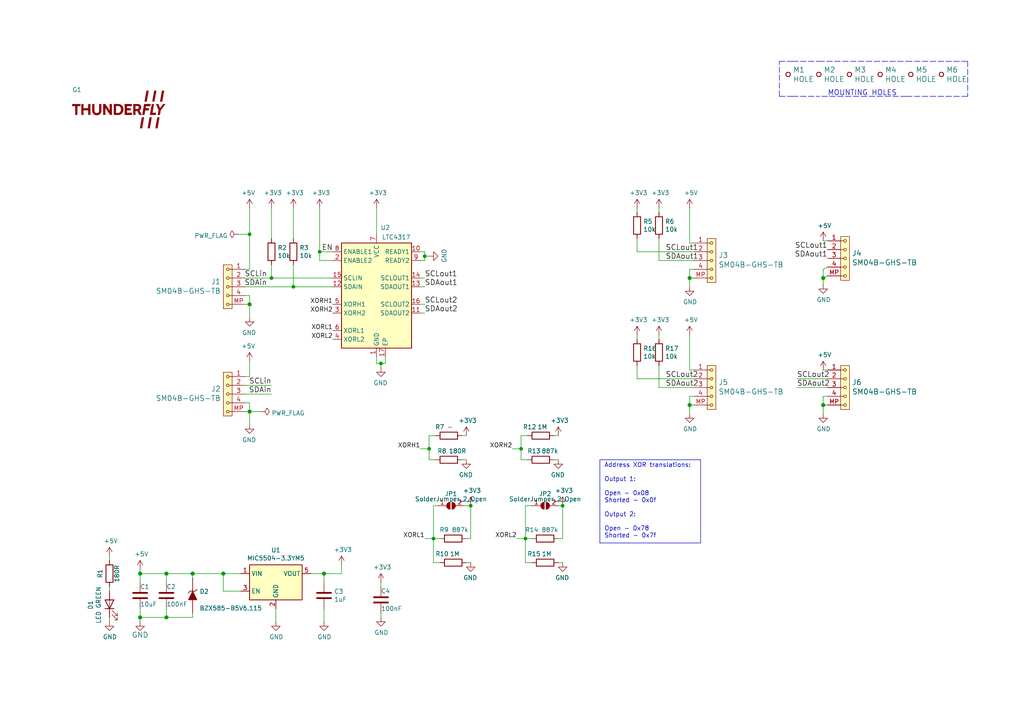
<source format=kicad_sch>
(kicad_sch (version 20211123) (generator eeschema)
  (paper "A4")
  (title_block (title "TFI2CEXT01A") (date "2021-04-05") (company "ThunderFly s.r.o.") (comment 1 "I2C address translator") (comment 2 "Jacho  <info@thunderfly.cz>"))
  (lib_symbols
    (symbol "Device:C" (pin_numbers hide) (pin_names (offset 0.254))
      (property "Reference" "C" (at 0.635 2.54 0))
      (property "Value" "C" (at 0.635 -2.54 0))
      (symbol "C_1_1"
        (pin passive line (at 0 3.81 270) (length 2.794) (name "~") (number "1"))
        (pin passive line (at 0 -3.81 90) (length 2.794) (name "~") (number "2"))
      )
    )
    (symbol "Device:LED" (pin_numbers hide) (pin_names (offset 1.016) hide)
      (property "Reference" "D" (at 0 2.54 0))
      (property "Value" "LED" (at 0 -2.54 0))
      (symbol "LED_1_1"
        (pin passive line (at -3.81 0 0) (length 2.54) (name "K") (number "1"))
        (pin passive line (at 3.81 0 180) (length 2.54) (name "A") (number "2"))
      )
    )
    (symbol "Device:R" (pin_numbers hide) (pin_names (offset 0))
      (property "Reference" "R" (at 2.032 0 90))
      (property "Value" "R" (at 0 0 90))
      (symbol "R_1_1"
        (pin passive line (at 0 3.81 270) (length 1.27) (name "~") (number "1"))
        (pin passive line (at 0 -3.81 90) (length 1.27) (name "~") (number "2"))
      )
    )
    (symbol "Interface_Expansion:LTC4317"
      (property "Reference" "U" (at -8.89 16.51 0))
      (property "Value" "LTC4317" (at 6.35 16.51 0))
      (symbol "LTC4317_1_1"
        (pin power_in line (at 0 -17.78 90) (length 2.54) (name "GND") (number "1"))
        (pin open_collector line (at 12.7 12.7 180) (length 2.54) (name "READY1") (number "10"))
        (pin bidirectional line (at 12.7 -5.08 180) (length 2.54) (name "SDAOUT2") (number "11"))
        (pin bidirectional line (at -12.7 2.54 0) (length 2.54) (name "SDAIN") (number "12"))
        (pin bidirectional line (at 12.7 2.54 180) (length 2.54) (name "SDAOUT1") (number "13"))
        (pin output line (at 12.7 5.08 180) (length 2.54) (name "SCLOUT1") (number "14"))
        (pin input line (at -12.7 5.08 0) (length 2.54) (name "SCLIN") (number "15"))
        (pin output line (at 12.7 -2.54 180) (length 2.54) (name "SCLOUT2") (number "16"))
        (pin passive line (at 2.54 -17.78 90) (length 2.54) (name "EP") (number "17"))
        (pin input line (at -12.7 10.16 0) (length 2.54) (name "ENABLE2") (number "2"))
        (pin input line (at -12.7 -5.08 0) (length 2.54) (name "XORH2") (number "3"))
        (pin input line (at -12.7 -12.7 0) (length 2.54) (name "XORL2") (number "4"))
        (pin input line (at -12.7 -2.54 0) (length 2.54) (name "XORH1") (number "5"))
        (pin input line (at -12.7 -10.16 0) (length 2.54) (name "XORL1") (number "6"))
        (pin power_in line (at 0 17.78 270) (length 2.54) (name "VCC") (number "7"))
        (pin input line (at -12.7 12.7 0) (length 2.54) (name "ENABLE1") (number "8"))
        (pin open_collector line (at 12.7 10.16 180) (length 2.54) (name "READY2") (number "9"))
      )
    )
    (symbol "Jumper:SolderJumper_2_Open" (pin_names (offset 0) hide)
      (property "Reference" "JP" (at 0 2.032 0))
      (property "Value" "SolderJumper_2_Open" (at 0 -2.54 0))
      (symbol "SolderJumper_2_Open_1_1"
        (pin passive line (at -3.81 0 0) (length 2.54) (name "A") (number "1"))
        (pin passive line (at 3.81 0 180) (length 2.54) (name "B") (number "2"))
      )
    )
    (symbol "MLAB_CONNECTORS_JST:SM04B-GHS-TB" (pin_names (offset 1.016))
      (property "Reference" "J" (at 0 -7.62 0))
      (property "Value" "SM04B-GHS-TB" (at 0 7.62 0))
      (symbol "SM04B-GHS-TB_1_1"
        (pin input line (at -5.08 5.08 0) (length 3.81) (name "~") (number "1"))
        (pin input line (at -5.08 2.54 0) (length 3.81) (name "~") (number "2"))
        (pin input line (at -5.08 0 0) (length 3.81) (name "~") (number "3"))
        (pin input line (at -5.08 -2.54 0) (length 3.81) (name "~") (number "4"))
        (pin input line (at -5.08 -5.08 0) (length 3.81) (name "~") (number "MP"))
      )
    )
    (symbol "MLAB_D:D_ZENER" (pin_numbers hide) (pin_names (offset 1.016) hide)
      (property "Reference" "D" (at 0 2.54 0))
      (property "Value" "D_ZENER" (at 0 -2.54 0))
      (symbol "D_ZENER_1_1"
        (pin passive line (at -5.08 0 0) (length 3.81) (name "K") (number "1"))
        (pin passive line (at 5.08 0 180) (length 3.81) (name "A") (number "2"))
      )
    )
    (symbol "MLAB_MECHANICAL:HOLE_TF" (pin_numbers hide) (pin_names (offset 1.016) hide) (in_bom no)
      (property "Reference" "M" (at 0 2.54 0))
      (property "Value" "HOLE_TF" (at 0 -2.54 0))
    )
    (symbol "MLAB_TF_LOGO:LOGO" (pin_names (offset 1.016)) (in_bom no)
      (property "Reference" "G" (at 0 6.4676 0))
    )
    (symbol "Regulator_Linear:MIC5504-3.3YM5"
      (property "Reference" "U" (at -7.62 8.89 0))
      (property "Value" "MIC5504-3.3YM5" (at -7.62 6.35 0))
      (symbol "MIC5504-3.3YM5_1_1"
        (pin power_in line (at -10.16 2.54 0) (length 2.54) (name "VIN") (number "1"))
        (pin power_in line (at 0 -7.62 90) (length 2.54) (name "GND") (number "2"))
        (pin input line (at -10.16 -2.54 0) (length 2.54) (name "EN") (number "3"))
        (pin no_connect line (at 7.62 -2.54 180) (length 2.54) hide (name "NC") (number "4"))
        (pin power_out line (at 10.16 2.54 180) (length 2.54) (name "VOUT") (number "5"))
      )
    )
    (symbol "power:+3V3" (power) (pin_names (offset 0))
      (property "Value" "+3V3" (at 0 3.556 0))
      (symbol "+3V3_1_1"
        (pin power_in line (at 0 0 90) (length 0) hide (name "+3V3") (number "1"))
      )
    )
    (symbol "power:+5V" (power) (pin_names (offset 0))
      (property "Value" "+5V" (at 0 3.556 0))
      (symbol "+5V_1_1"
        (pin power_in line (at 0 0 90) (length 0) hide (name "+5V") (number "1"))
      )
    )
    (symbol "power:GND" (power) (pin_names (offset 0))
      (property "Value" "GND" (at 0 -3.81 0))
      (symbol "GND_1_1"
        (pin power_in line (at 0 0 270) (length 0) hide (name "GND") (number "1"))
      )
    )
    (symbol "power:PWR_FLAG" (power) (pin_numbers hide) (pin_names (offset 0) hide)
      (property "Value" "PWR_FLAG" (at 0 3.81 0))
      (symbol "PWR_FLAG_0_0"
        (pin power_out line (at 0 0 90) (length 0) (name "pwr") (number "1"))
      )
    )
  )
  (junction (at 124.46 130.175))
  (junction (at 72.39 67.945))
  (junction (at 40.64 179.07) (diameter 1.016))
  (junction (at 163.195 146.685))
  (junction (at 125.73 156.21))
  (junction (at 200.025 80.645) (diameter 1.016))
  (junction (at 136.525 146.685))
  (junction (at 48.26 166.37) (diameter 1.016))
  (junction (at 55.88 166.37) (diameter 1.016))
  (junction (at 123.19 74.295))
  (junction (at 93.98 166.37) (diameter 1.016))
  (junction (at 92.71 73.025))
  (junction (at 85.09 83.185))
  (junction (at 152.4 156.21))
  (junction (at 238.76 117.475) (diameter 1.016))
  (junction (at 40.64 166.37) (diameter 1.016))
  (junction (at 64.77 166.37) (diameter 1.016))
  (junction (at 72.39 88.265) (diameter 1.016))
  (junction (at 48.26 179.07) (diameter 1.016))
  (junction (at 110.49 105.41))
  (junction (at 72.39 119.38) (diameter 1.016))
  (junction (at 151.13 130.175))
  (junction (at 78.74 80.645))
  (junction (at 200.025 117.475) (diameter 1.016))
  (junction (at 238.76 80.645) (diameter 1.016))
  (wire (pts (xy 201.295 80.645) (xy 200.025 80.645)))
  (wire (pts (xy 238.76 114.935) (xy 238.76 117.475)))
  (polyline (pts (xy 237.49 17.78) (xy 262.89 17.78)) (stroke (width 0) (type dash)))
  (wire (pts (xy 72.39 88.265) (xy 72.39 92.075)))
  (wire (pts (xy 125.73 156.21) (xy 125.73 146.685)))
  (wire (pts (xy 200.025 70.485) (xy 201.295 70.485)))
  (wire (pts (xy 151.13 130.175) (xy 148.59 130.175)))
  (wire (pts (xy 31.75 179.07) (xy 31.75 180.34)))
  (wire (pts (xy 191.135 69.215) (xy 191.135 75.565)))
  (wire (pts (xy 40.64 179.07) (xy 40.64 180.34)))
  (wire (pts (xy 48.26 166.37) (xy 55.88 166.37)))
  (wire (pts (xy 124.46 74.295) (xy 123.19 74.295)))
  (wire (pts (xy 64.77 171.45) (xy 64.77 166.37)))
  (wire (pts (xy 134.62 146.685) (xy 136.525 146.685)))
  (wire (pts (xy 200.025 60.325) (xy 200.025 70.485)))
  (wire (pts (xy 184.785 106.045) (xy 184.785 109.855)))
  (wire (pts (xy 80.01 176.53) (xy 80.01 180.34)))
  (wire (pts (xy 40.64 176.53) (xy 40.64 179.07)))
  (wire (pts (xy 48.26 179.07) (xy 55.88 179.07)))
  (wire (pts (xy 123.19 83.185) (xy 121.92 83.185)))
  (wire (pts (xy 184.785 73.025) (xy 201.295 73.025)))
  (wire (pts (xy 69.85 171.45) (xy 64.77 171.45)))
  (wire (pts (xy 78.74 60.325) (xy 78.74 69.215)))
  (wire (pts (xy 31.75 161.29) (xy 31.75 162.56)))
  (wire (pts (xy 191.135 97.155) (xy 191.135 98.425)))
  (wire (pts (xy 200.025 97.155) (xy 200.025 107.315)))
  (wire (pts (xy 121.92 73.025) (xy 123.19 73.025)))
  (wire (pts (xy 151.13 133.35) (xy 151.13 130.175)))
  (wire (pts (xy 135.255 156.21) (xy 136.525 156.21)))
  (wire (pts (xy 136.525 146.685) (xy 136.525 156.21)))
  (wire (pts (xy 40.64 165.1) (xy 40.64 166.37)))
  (wire (pts (xy 40.64 168.91) (xy 40.64 166.37)))
  (wire (pts (xy 40.64 179.07) (xy 48.26 179.07)))
  (wire (pts (xy 109.22 60.325) (xy 109.22 67.945)))
  (wire (pts (xy 85.09 60.325) (xy 85.09 69.215)))
  (wire (pts (xy 184.785 60.325) (xy 184.785 61.595)))
  (wire (pts (xy 191.135 106.045) (xy 191.135 112.395)))
  (wire (pts (xy 124.46 130.175) (xy 124.46 126.365)))
  (wire (pts (xy 200.025 114.935) (xy 200.025 117.475)))
  (wire (pts (xy 191.135 60.325) (xy 191.135 61.595)))
  (wire (pts (xy 48.26 168.91) (xy 48.26 166.37)))
  (wire (pts (xy 240.03 80.01) (xy 238.76 80.645)))
  (wire (pts (xy 238.76 107.315) (xy 240.03 107.315)))
  (polyline (pts (xy 173.99 133.35) (xy 203.2 133.35)) (stroke (width 0) (type solid)))
  (wire (pts (xy 231.14 112.395) (xy 240.03 112.395)))
  (polyline (pts (xy 226.06 27.94) (xy 229.87 27.94)) (stroke (width 0) (type dash)))
  (wire (pts (xy 240.03 77.47) (xy 238.76 78.105)))
  (wire (pts (xy 133.985 126.365) (xy 135.255 126.365)))
  (wire (pts (xy 72.39 78.105) (xy 71.12 78.105)))
  (wire (pts (xy 85.09 76.835) (xy 85.09 83.185)))
  (wire (pts (xy 55.88 177.8) (xy 55.88 179.07)))
  (wire (pts (xy 133.985 133.35) (xy 135.255 133.35)))
  (wire (pts (xy 152.4 156.21) (xy 154.305 156.21)))
  (polyline (pts (xy 173.99 157.48) (xy 203.2 157.48)) (stroke (width 0) (type solid)))
  (wire (pts (xy 71.12 85.725) (xy 72.39 85.725)))
  (polyline (pts (xy 173.99 133.35) (xy 173.99 157.48)) (stroke (width 0) (type solid)))
  (wire (pts (xy 71.12 111.76) (xy 78.74 111.76)))
  (wire (pts (xy 72.39 85.725) (xy 72.39 88.265)))
  (wire (pts (xy 152.4 156.21) (xy 152.4 163.195)))
  (wire (pts (xy 125.73 146.685) (xy 127 146.685)))
  (wire (pts (xy 124.46 133.35) (xy 124.46 130.175)))
  (wire (pts (xy 109.22 103.505) (xy 109.22 105.41)))
  (wire (pts (xy 109.22 105.41) (xy 110.49 105.41)))
  (polyline (pts (xy 262.89 27.94) (xy 237.49 27.94)) (stroke (width 0) (type dash)))
  (wire (pts (xy 55.88 166.37) (xy 64.77 166.37)))
  (wire (pts (xy 201.295 114.935) (xy 200.025 114.935)))
  (wire (pts (xy 72.39 119.38) (xy 72.39 123.19)))
  (wire (pts (xy 125.73 156.21) (xy 127.635 156.21)))
  (wire (pts (xy 78.74 76.835) (xy 78.74 80.645)))
  (wire (pts (xy 126.365 133.35) (xy 124.46 133.35)))
  (wire (pts (xy 78.74 80.645) (xy 96.52 80.645)))
  (wire (pts (xy 152.4 156.21) (xy 152.4 146.685)))
  (wire (pts (xy 93.98 176.53) (xy 93.98 180.34)))
  (wire (pts (xy 200.025 78.105) (xy 200.025 80.645)))
  (wire (pts (xy 161.925 146.685) (xy 163.195 146.685)))
  (wire (pts (xy 71.12 80.645) (xy 78.74 80.645)))
  (polyline (pts (xy 262.89 17.78) (xy 280.67 17.78)) (stroke (width 0) (type dash)))
  (wire (pts (xy 238.76 78.105) (xy 238.76 80.645)))
  (wire (pts (xy 71.12 119.38) (xy 72.39 119.38)))
  (wire (pts (xy 238.76 117.475) (xy 238.76 120.015)))
  (wire (pts (xy 184.785 69.215) (xy 184.785 73.025)))
  (wire (pts (xy 123.19 74.295) (xy 123.19 75.565)))
  (polyline (pts (xy 229.87 27.94) (xy 237.49 27.94)) (stroke (width 0) (type dash)))
  (wire (pts (xy 72.39 109.22) (xy 71.12 109.22)))
  (polyline (pts (xy 262.89 27.94) (xy 280.67 27.94)) (stroke (width 0) (type dash)))
  (wire (pts (xy 99.06 166.37) (xy 99.06 163.83)))
  (wire (pts (xy 72.39 60.325) (xy 72.39 67.945)))
  (wire (pts (xy 69.85 166.37) (xy 64.77 166.37)))
  (wire (pts (xy 184.785 109.855) (xy 201.295 109.855)))
  (polyline (pts (xy 280.67 17.78) (xy 280.67 27.94)) (stroke (width 0) (type dash)))
  (wire (pts (xy 71.12 83.185) (xy 85.09 83.185)))
  (wire (pts (xy 92.71 73.025) (xy 92.71 60.325)))
  (wire (pts (xy 92.71 75.565) (xy 92.71 73.025)))
  (wire (pts (xy 96.52 75.565) (xy 92.71 75.565)))
  (polyline (pts (xy 203.2 133.35) (xy 203.2 157.48)) (stroke (width 0) (type solid)))
  (polyline (pts (xy 229.87 17.78) (xy 237.49 17.78)) (stroke (width 0) (type dash)))
  (wire (pts (xy 110.49 168.91) (xy 110.49 170.18)))
  (wire (pts (xy 200.025 80.645) (xy 200.025 83.185)))
  (wire (pts (xy 48.26 176.53) (xy 48.26 179.07)))
  (wire (pts (xy 71.12 116.84) (xy 72.39 116.84)))
  (wire (pts (xy 160.655 133.35) (xy 161.925 133.35)))
  (wire (pts (xy 200.025 107.315) (xy 201.295 107.315)))
  (wire (pts (xy 152.4 156.21) (xy 149.86 156.21)))
  (wire (pts (xy 201.295 117.475) (xy 200.025 117.475)))
  (wire (pts (xy 124.46 130.175) (xy 121.92 130.175)))
  (wire (pts (xy 135.255 163.195) (xy 136.525 163.195)))
  (wire (pts (xy 71.12 88.265) (xy 72.39 88.265)))
  (wire (pts (xy 96.52 83.185) (xy 85.09 83.185)))
  (wire (pts (xy 124.46 126.365) (xy 126.365 126.365)))
  (wire (pts (xy 72.39 67.945) (xy 72.39 78.105)))
  (wire (pts (xy 127.635 163.195) (xy 125.73 163.195)))
  (wire (pts (xy 152.4 146.685) (xy 154.305 146.685)))
  (wire (pts (xy 123.19 75.565) (xy 121.92 75.565)))
  (wire (pts (xy 191.135 112.395) (xy 201.295 112.395)))
  (wire (pts (xy 110.49 105.41) (xy 110.49 106.68)))
  (wire (pts (xy 121.92 90.805) (xy 123.19 90.805)))
  (wire (pts (xy 121.92 80.645) (xy 123.19 80.645)))
  (wire (pts (xy 240.03 114.935) (xy 238.76 114.935)))
  (wire (pts (xy 153.035 133.35) (xy 151.13 133.35)))
  (wire (pts (xy 121.92 88.265) (xy 123.19 88.265)))
  (wire (pts (xy 238.76 69.85) (xy 240.03 69.85)))
  (wire (pts (xy 238.76 80.645) (xy 238.76 82.55)))
  (wire (pts (xy 96.52 73.025) (xy 92.71 73.025)))
  (wire (pts (xy 161.925 156.21) (xy 163.195 156.21)))
  (wire (pts (xy 201.295 78.105) (xy 200.025 78.105)))
  (wire (pts (xy 125.73 156.21) (xy 125.73 163.195)))
  (wire (pts (xy 90.17 166.37) (xy 93.98 166.37)))
  (wire (pts (xy 154.305 163.195) (xy 152.4 163.195)))
  (wire (pts (xy 125.73 156.21) (xy 123.19 156.21)))
  (wire (pts (xy 69.215 67.945) (xy 72.39 67.945)))
  (wire (pts (xy 93.98 166.37) (xy 93.98 168.91)))
  (wire (pts (xy 161.925 163.195) (xy 163.195 163.195)))
  (wire (pts (xy 72.39 104.775) (xy 72.39 109.22)))
  (wire (pts (xy 110.49 105.41) (xy 111.76 105.41)))
  (wire (pts (xy 111.76 105.41) (xy 111.76 103.505)))
  (wire (pts (xy 151.13 130.175) (xy 151.13 126.365)))
  (wire (pts (xy 123.19 73.025) (xy 123.19 74.295)))
  (wire (pts (xy 160.655 126.365) (xy 161.925 126.365)))
  (wire (pts (xy 191.135 75.565) (xy 201.295 75.565)))
  (wire (pts (xy 72.39 119.38) (xy 75.565 119.38)))
  (wire (pts (xy 72.39 116.84) (xy 72.39 119.38)))
  (wire (pts (xy 40.64 166.37) (xy 48.26 166.37)))
  (polyline (pts (xy 226.06 27.94) (xy 226.06 17.78)) (stroke (width 0) (type dash)))
  (wire (pts (xy 231.14 109.855) (xy 240.03 109.855)))
  (wire (pts (xy 200.025 117.475) (xy 200.025 120.015)))
  (wire (pts (xy 184.785 97.155) (xy 184.785 98.425)))
  (wire (pts (xy 93.98 166.37) (xy 99.06 166.37)))
  (wire (pts (xy 71.12 114.3) (xy 78.74 114.3)))
  (wire (pts (xy 163.195 146.685) (xy 163.195 156.21)))
  (wire (pts (xy 55.88 167.64) (xy 55.88 166.37)))
  (wire (pts (xy 110.49 177.8) (xy 110.49 179.07)))
  (wire (pts (xy 31.75 170.18) (xy 31.75 171.45)))
  (wire (pts (xy 151.13 126.365) (xy 153.035 126.365)))
  (polyline (pts (xy 226.06 17.78) (xy 229.87 17.78)) (stroke (width 0) (type dash)))
  (wire (pts (xy 240.03 117.475) (xy 238.76 117.475)))
  (text "Address XOR translations:\n\nOutput 1:\n\nOpen - 0x08\nShorted - 0x0f\n\nOutput 2:\n\nOpen - 0x78\nShorted - 0x7f" (at 175.26 156.21 0) (effects (font (size 1.27 1.27)) (justify left bottom)))
  (text "MOUNTING HOLES" (at 240.03 27.94 0) (effects (font (size 1.524 1.524)) (justify left bottom)))
  (label "SDAout1" (at 240.03 74.93 180) (effects (font (size 1.524 1.524))))
  (label "SCLout1" (at 193.04 73.025 0) (effects (font (size 1.524 1.524))))
  (label "SCLout2" (at 193.04 109.855 0) (effects (font (size 1.524 1.524))))
  (label "XORH2" (at 148.59 130.175 180))
  (label "XORH1" (at 96.52 88.265 180))
  (label "XORL1" (at 123.19 156.21 180))
  (label "XORH2" (at 96.52 90.805 180))
  (label "SDAout1" (at 123.19 83.185 0) (effects (font (size 1.524 1.524))))
  (label "XORL2" (at 96.52 98.425 180))
  (label "SDAout1" (at 193.04 75.565 0) (effects (font (size 1.524 1.524))))
  (label "SDAin" (at 78.74 114.3 180) (effects (font (size 1.524 1.524))))
  (label "SDAout2" (at 123.19 90.805 0) (effects (font (size 1.524 1.524))))
  (label "EN" (at 96.52 73.025 180) (effects (font (size 1.524 1.524))))
  (label "SCLout1" (at 240.03 72.39 180) (effects (font (size 1.524 1.524))))
  (label "SDAin" (at 77.47 83.185 180) (effects (font (size 1.524 1.524))))
  (label "SCLin" (at 78.74 111.76 180) (effects (font (size 1.524 1.524))))
  (label "SCLout1" (at 123.19 80.645 0) (effects (font (size 1.524 1.524))))
  (label "SCLout2" (at 123.19 88.265 0) (effects (font (size 1.524 1.524))))
  (label "XORL1" (at 96.52 95.885 180))
  (label "SCLout2" (at 231.14 109.855 0) (effects (font (size 1.524 1.524))))
  (label "SDAout2" (at 231.14 112.395 0) (effects (font (size 1.524 1.524))))
  (label "SCLin" (at 77.47 80.645 180) (effects (font (size 1.524 1.524))))
  (label "SDAout2" (at 193.04 112.395 0) (effects (font (size 1.524 1.524))))
  (label "XORL2" (at 149.86 156.21 180))
  (label "XORH1" (at 121.92 130.175 180))
  (symbol (lib_id "power:GND") (at 40.64 180.34 0) (unit 1)
    (property "Reference" "#PWR04" (effects hide))
    (property "Value" "GND" (at 40.64 184.15 0) (effects (font (size 1.524 1.524))))
  )
  (symbol (lib_id "Device:C") (at 48.26 172.72 0) (unit 1)
    (property "Reference" "C2" (at 48.26 170.18 0) (effects (justify left)))
    (property "Value" "100nF" (at 48.26 175.26 0) (effects (justify left)))
    (property "Footprint" "Capacitor_SMD:C_0603_1608Metric" (effects hide))
    (property "UST_ID" "5c70984812875079b91f8bf2" (effects hide))
  )
  (symbol (lib_id "power:GND") (at 200.025 83.185 0) (unit 1)
    (property "Reference" "#PWR024" (effects hide))
    (property "Value" "GND" (at 200.152 87.5792 0))
  )
  (symbol (lib_id "Device:R") (at 191.135 65.405 0) (unit 1)
    (property "Reference" "R6" (at 192.913 64.2366 0) (effects (justify left)))
    (property "Value" "10k" (at 192.913 66.548 0) (effects (justify left)))
    (property "Footprint" "Resistor_SMD:R_0603_1608Metric" (effects hide))
    (property "UST_ID" "5c70984512875079b91f8962" (effects hide))
  )
  (symbol (lib_id "Device:R") (at 184.785 65.405 0) (unit 1)
    (property "Reference" "R5" (at 186.563 64.237 0) (effects (justify left)))
    (property "Value" "10k" (at 186.563 66.548 0) (effects (justify left)))
    (property "Footprint" "Resistor_SMD:R_0603_1608Metric" (effects hide))
    (property "UST_ID" "5c70984512875079b91f8962" (effects hide))
  )
  (symbol (lib_id "Device:C") (at 40.64 172.72 0) (unit 1)
    (property "Reference" "C1" (at 40.64 170.18 0) (effects (justify left)))
    (property "Value" "10uF" (at 40.64 175.26 0) (effects (justify left)))
    (property "Footprint" "Capacitor_SMD:C_0805_2012Metric" (effects hide))
    (property "UST_ID" "5c70984812875079b91f8bbd" (effects hide))
  )
  (symbol (lib_id "MLAB_D:D_ZENER") (at 55.88 172.72 270) (unit 1)
    (property "Reference" "D2" (at 57.8866 171.5516 90) (effects (justify left)))
    (property "Value" "BZX585-B5V6.115" (at 57.887 176.403 90) (effects (justify left)))
    (property "Footprint" "Diode_SMD:D_SOD-523" (effects hide))
    (property "UST_ID" "60879d38128750769ee58e48" (effects hide))
  )
  (symbol (lib_id "power:+5V") (at 40.64 165.1 0) (unit 1)
    (property "Reference" "#PWR03" (effects hide))
    (property "Value" "+5V" (at 41.021 160.7058 0))
  )
  (symbol (lib_id "power:+3V3") (at 191.135 60.325 0) (unit 1)
    (property "Reference" "#PWR022" (effects hide))
    (property "Value" "+3V3" (at 191.516 55.9308 0))
  )
  (symbol (lib_id "power:+5V") (at 200.025 60.325 0) (unit 1)
    (property "Reference" "#PWR023" (effects hide))
    (property "Value" "+5V" (at 200.406 55.9308 0))
  )
  (symbol (lib_id "MLAB_CONNECTORS_JST:SM04B-GHS-TB") (at 66.04 83.185 0) (mirror y) (unit 1)
    (property "Reference" "J1" (at 64.0588 81.6864 0) (effects (font (size 1.524 1.524)) (justify left)))
    (property "Value" "SM04B-GHS-TB" (at 64.0588 84.4042 0) (effects (font (size 1.524 1.524)) (justify left)))
    (property "Footprint" "Connector_JST:JST_GH_SM04B-GHS-TB_1x04-1MP_P1.25mm_Horizontal" (effects hide))
    (property "UST_ID" "5c86273d1287500b4e0280be" (effects hide))
  )
  (symbol (lib_id "power:GND") (at 72.39 92.075 0) (mirror y) (unit 1)
    (property "Reference" "#PWR09" (effects hide))
    (property "Value" "GND" (at 72.263 96.4692 0))
  )
  (symbol (lib_id "power:+5V") (at 72.39 60.325 0) (mirror y) (unit 1)
    (property "Reference" "#PWR08" (effects hide))
    (property "Value" "+5V" (at 72.009 55.9308 0))
  )
  (symbol (lib_id "Regulator_Linear:MIC5504-3.3YM5") (at 80.01 168.91 0) (unit 1)
    (property "Reference" "U1" (at 80.01 159.5882 0))
    (property "Value" "MIC5504-3.3YM5" (at 80.01 161.8996 0))
    (property "Footprint" "Package_TO_SOT_SMD:SOT-23-5" (effects hide))
    (property "Datasheet" "http://ww1.microchip.com/downloads/en/DeviceDoc/MIC550X.pdf" (effects hide))
    (property "UST_ID" "5c7255e81287500b4e112ea2" (effects hide))
  )
  (symbol (lib_id "power:+3V3") (at 99.06 163.83 0) (unit 1)
    (property "Reference" "#PWR07" (effects hide))
    (property "Value" "+3V3" (at 99.441 159.4358 0))
  )
  (symbol (lib_id "power:GND") (at 80.01 180.34 0) (unit 1)
    (property "Reference" "#PWR05" (effects hide))
    (property "Value" "GND" (at 80.137 184.7342 0))
  )
  (symbol (lib_id "Device:C") (at 110.49 173.99 0) (unit 1)
    (property "Reference" "C4" (at 110.49 171.45 0) (effects (justify left)))
    (property "Value" "100nF" (at 110.49 176.53 0) (effects (justify left)))
    (property "Footprint" "Capacitor_SMD:C_0603_1608Metric" (effects hide))
    (property "UST_ID" "5c70984812875079b91f8bf2" (effects hide))
  )
  (symbol (lib_id "power:+3V3") (at 110.49 168.91 0) (unit 1)
    (property "Reference" "#PWR013" (effects hide))
    (property "Value" "+3V3" (at 110.871 164.5158 0))
  )
  (symbol (lib_id "power:GND") (at 110.49 179.07 0) (unit 1)
    (property "Reference" "#PWR014" (effects hide))
    (property "Value" "GND" (at 110.617 183.4642 0))
  )
  (symbol (lib_id "MLAB_CONNECTORS_JST:SM04B-GHS-TB") (at 206.375 75.565 0) (unit 1)
    (property "Reference" "J3" (at 208.3562 74.0664 0) (effects (font (size 1.524 1.524)) (justify left)))
    (property "Value" "SM04B-GHS-TB" (at 208.3562 76.7842 0) (effects (font (size 1.524 1.524)) (justify left)))
    (property "Footprint" "Connector_JST:JST_GH_SM04B-GHS-TB_1x04-1MP_P1.25mm_Horizontal" (effects hide))
    (property "UST_ID" "5c86273d1287500b4e0280be" (effects hide))
  )
  (symbol (lib_id "Device:C") (at 93.98 172.72 0) (unit 1)
    (property "Reference" "C3" (at 96.901 171.5516 0) (effects (justify left)))
    (property "Value" "1uF" (at 96.901 173.863 0) (effects (justify left)))
    (property "Footprint" "Capacitor_SMD:C_0603_1608Metric" (effects hide))
    (property "UST_ID" "5c70984812875079b91f8bc2" (effects hide))
  )
  (symbol (lib_id "power:GND") (at 93.98 180.34 0) (unit 1)
    (property "Reference" "#PWR06" (effects hide))
    (property "Value" "GND" (at 94.107 184.7342 0))
  )
  (symbol (lib_id "power:+3V3") (at 184.785 60.325 0) (unit 1)
    (property "Reference" "#PWR021" (effects hide))
    (property "Value" "+3V3" (at 185.166 55.9308 0))
  )
  (symbol (lib_id "Device:R") (at 131.445 156.21 90) (unit 1)
    (property "Reference" "R9" (at 130.175 153.67 90) (effects (justify left)))
    (property "Value" "887k" (at 135.89 153.67 90) (effects (justify left)))
    (property "Footprint" "Resistor_SMD:R_0603_1608Metric" (effects hide))
    (property "UST_ID" "61e02cad2eac0c9aef5c894c" (effects hide))
  )
  (symbol (lib_id "power:PWR_FLAG") (at 75.565 119.38 270) (unit 1)
    (property "Reference" "#FLG0102" (effects hide))
    (property "Value" "PWR_FLAG" (at 78.74 119.8138 90) (effects (justify left)))
  )
  (symbol (lib_id "MLAB_TF_LOGO:LOGO") (at 34.29 31.75 0) (unit 1) (in_bom no)
    (property "Reference" "G1" (at 20.955 26.035 0) (effects (justify left)))
    (property "Value" "LOGO" (effects hide))
    (property "Footprint" "MLAB_LOGA:TF 10x4,7" (effects hide))
  )
  (symbol (lib_id "Jumper:SolderJumper_2_Open") (at 130.81 146.685 0) (unit 1)
    (property "Reference" "JP1" (at 130.81 143.2306 0))
    (property "Value" "SolderJumper_2_Open" (at 130.81 144.7546 0))
    (property "Footprint" "Jumper:SolderJumper-2_P1.3mm_Open_RoundedPad1.0x1.5mm" (effects hide))
  )
  (symbol (lib_id "MLAB_MECHANICAL:HOLE_TF") (at 273.05 21.59 90) (unit 1)
    (property "Reference" "M6" (at 274.4471 20.2579 90) (effects (font (size 1.524 1.524)) (justify right)))
    (property "Value" "HOLE" (at 274.4471 22.9655 90) (effects (font (size 1.524 1.524)) (justify right)))
    (property "Footprint" "Mlab_Mechanical:dira_3mm" (effects hide))
  )
  (symbol (lib_id "MLAB_CONNECTORS_JST:SM04B-GHS-TB") (at 206.375 112.395 0) (unit 1)
    (property "Reference" "J5" (at 208.3562 110.8964 0) (effects (font (size 1.524 1.524)) (justify left)))
    (property "Value" "SM04B-GHS-TB" (at 208.3562 113.6142 0) (effects (font (size 1.524 1.524)) (justify left)))
    (property "Footprint" "Connector_JST:JST_GH_SM04B-GHS-TB_1x04-1MP_P1.25mm_Horizontal" (effects hide))
    (property "UST_ID" "5c86273d1287500b4e0280be" (effects hide))
  )
  (symbol (lib_id "power:GND") (at 110.49 106.68 0) (mirror y) (unit 1)
    (property "Reference" "#PWR018" (effects hide))
    (property "Value" "GND" (at 110.363 111.0742 0))
  )
  (symbol (lib_id "power:GND") (at 72.39 123.19 0) (mirror y) (unit 1)
    (property "Reference" "#PWR011" (effects hide))
    (property "Value" "GND" (at 72.263 127.5842 0))
  )
  (symbol (lib_id "power:GND") (at 31.75 180.34 0) (unit 1)
    (property "Reference" "#PWR02" (effects hide))
    (property "Value" "GND" (at 31.877 184.7342 0))
  )
  (symbol (lib_id "power:+5V") (at 31.75 161.29 0) (unit 1)
    (property "Reference" "#PWR01" (effects hide))
    (property "Value" "+5V" (at 32.131 156.8958 0))
  )
  (symbol (lib_id "MLAB_MECHANICAL:HOLE_TF") (at 255.27 21.59 90) (unit 1)
    (property "Reference" "M4" (at 256.6671 20.2579 90) (effects (font (size 1.524 1.524)) (justify right)))
    (property "Value" "HOLE" (at 256.6671 22.9655 90) (effects (font (size 1.524 1.524)) (justify right)))
    (property "Footprint" "Mlab_Mechanical:dira_3mm" (effects hide))
  )
  (symbol (lib_id "power:GND") (at 124.46 74.295 90) (unit 1)
    (property "Reference" "#PWR032" (effects hide))
    (property "Value" "GND" (at 128.8542 74.168 0))
  )
  (symbol (lib_id "MLAB_MECHANICAL:HOLE_TF") (at 246.38 21.59 90) (unit 1)
    (property "Reference" "M3" (at 247.7771 20.2579 90) (effects (font (size 1.524 1.524)) (justify right)))
    (property "Value" "HOLE" (at 247.7771 22.9655 90) (effects (font (size 1.524 1.524)) (justify right)))
    (property "Footprint" "Mlab_Mechanical:dira_3mm" (effects hide))
  )
  (symbol (lib_id "power:+3V3") (at 184.785 97.155 0) (unit 1)
    (property "Reference" "#PWR037" (effects hide))
    (property "Value" "+3V3" (at 185.166 92.7608 0))
  )
  (symbol (lib_id "power:GND") (at 161.925 133.35 0) (mirror y) (unit 1)
    (property "Reference" "#PWR034" (effects hide))
    (property "Value" "GND" (at 161.798 137.7442 0))
  )
  (symbol (lib_id "Jumper:SolderJumper_2_Open") (at 158.115 146.685 0) (unit 1)
    (property "Reference" "JP2" (at 158.115 143.2306 0))
    (property "Value" "SolderJumper_2_Open" (at 158.115 144.7546 0))
    (property "Footprint" "Jumper:SolderJumper-2_P1.3mm_Open_RoundedPad1.0x1.5mm" (effects hide))
  )
  (symbol (lib_id "Device:R") (at 184.785 102.235 0) (unit 1)
    (property "Reference" "R16" (at 186.563 101.067 0) (effects (justify left)))
    (property "Value" "10k" (at 186.563 103.378 0) (effects (justify left)))
    (property "Footprint" "Resistor_SMD:R_0603_1608Metric" (effects hide))
    (property "UST_ID" "5c70984512875079b91f8962" (effects hide))
  )
  (symbol (lib_id "power:PWR_FLAG") (at 69.215 67.945 90) (unit 1)
    (property "Reference" "#FLG0101" (effects hide))
    (property "Value" "PWR_FLAG" (at 66.0401 68.3788 90) (effects (justify left)))
  )
  (symbol (lib_id "Device:R") (at 130.175 133.35 90) (unit 1)
    (property "Reference" "R8" (at 129.54 130.81 90) (effects (justify left)))
    (property "Value" "180R" (at 135.255 130.81 90) (effects (justify left)))
    (property "Footprint" "Resistor_SMD:R_0603_1608Metric" (effects hide))
    (property "UST_ID" "5c70984512875079b91f8957" (effects hide))
  )
  (symbol (lib_id "Interface_Expansion:LTC4317") (at 109.22 85.725 0) (unit 1)
    (property "Reference" "U2" (at 111.76 66.0104 0))
    (property "Value" "LTC4317" (at 114.935 68.7855 0))
    (property "Footprint" "Package_DFN_QFN:DFN-16-1EP_3x5mm_P0.5mm_EP1.66x4.4mm" (effects hide))
    (property "Datasheet" "https://www.analog.com/media/en/technical-documentation/data-sheets/4317fa.pdf" (effects hide))
    (property "UST_ID" "61e031592eac0c9aef5c89ad" (effects hide))
  )
  (symbol (lib_id "power:+5V") (at 238.76 107.315 0) (unit 1)
    (property "Reference" "#PWR041" (effects hide))
    (property "Value" "+5V" (at 239.141 102.9208 0))
  )
  (symbol (lib_id "Device:R") (at 156.845 126.365 90) (unit 1)
    (property "Reference" "R12" (at 155.575 123.825 90) (effects (justify left)))
    (property "Value" "1M" (at 158.75 123.825 90) (effects (justify left)))
    (property "Footprint" "Resistor_SMD:R_0603_1608Metric" (effects hide))
    (property "UST_ID" "61e030ee2eac0c9aef5c8995" (effects hide))
  )
  (symbol (lib_id "power:GND") (at 135.255 133.35 0) (mirror y) (unit 1)
    (property "Reference" "#PWR028" (effects hide))
    (property "Value" "GND" (at 135.128 137.7442 0))
  )
  (symbol (lib_id "MLAB_MECHANICAL:HOLE_TF") (at 237.49 21.59 90) (unit 1)
    (property "Reference" "M2" (at 238.8871 20.2579 90) (effects (font (size 1.524 1.524)) (justify right)))
    (property "Value" "HOLE" (at 238.8871 22.9655 90) (effects (font (size 1.524 1.524)) (justify right)))
    (property "Footprint" "Mlab_Mechanical:dira_3mm" (effects hide))
  )
  (symbol (lib_id "power:GND") (at 238.76 82.55 0) (unit 1)
    (property "Reference" "#PWR026" (effects hide))
    (property "Value" "GND" (at 238.887 86.9442 0))
  )
  (symbol (lib_id "power:+5V") (at 72.39 104.775 0) (mirror y) (unit 1)
    (property "Reference" "#PWR010" (effects hide))
    (property "Value" "+5V" (at 72.009 100.3808 0))
  )
  (symbol (lib_id "power:+3V3") (at 109.22 60.325 0) (unit 1)
    (property "Reference" "#PWR017" (effects hide))
    (property "Value" "+3V3" (at 109.601 55.9308 0))
  )
  (symbol (lib_id "power:GND") (at 238.76 120.015 0) (unit 1)
    (property "Reference" "#PWR042" (effects hide))
    (property "Value" "GND" (at 238.887 124.4092 0))
  )
  (symbol (lib_id "power:+3V3") (at 161.925 126.365 0) (unit 1)
    (property "Reference" "#PWR033" (effects hide))
    (property "Value" "+3V3" (at 162.306 121.9708 0))
  )
  (symbol (lib_id "power:+3V3") (at 136.525 146.685 0) (unit 1)
    (property "Reference" "#PWR029" (effects hide))
    (property "Value" "+3V3" (at 136.906 142.2908 0))
  )
  (symbol (lib_id "power:GND") (at 163.195 163.195 0) (mirror y) (unit 1)
    (property "Reference" "#PWR036" (effects hide))
    (property "Value" "GND" (at 163.068 167.5892 0))
  )
  (symbol (lib_id "Device:R") (at 158.115 163.195 90) (unit 1)
    (property "Reference" "R15" (at 156.845 160.655 90) (effects (justify left)))
    (property "Value" "1M" (at 160.02 160.655 90) (effects (justify left)))
    (property "Footprint" "Resistor_SMD:R_0603_1608Metric" (effects hide))
    (property "UST_ID" "61e030ee2eac0c9aef5c8995" (effects hide))
  )
  (symbol (lib_id "Device:LED") (at 31.75 175.26 90) (unit 1)
    (property "Reference" "D1" (at 26.2636 175.4886 0))
    (property "Value" "LED GREEN" (at 28.575 175.489 0))
    (property "Footprint" "LED_SMD:LED_0603_1608Metric" (effects hide))
    (property "UST_ID" "60d582331287500165f859d0" (effects hide))
  )
  (symbol (lib_id "Device:R") (at 78.74 73.025 0) (unit 1)
    (property "Reference" "R2" (at 80.518 71.857 0) (effects (justify left)))
    (property "Value" "10k" (at 80.518 74.168 0) (effects (justify left)))
    (property "Footprint" "Resistor_SMD:R_0603_1608Metric" (effects hide))
    (property "UST_ID" "5c70984512875079b91f8962" (effects hide))
  )
  (symbol (lib_id "power:+3V3") (at 191.135 97.155 0) (unit 1)
    (property "Reference" "#PWR038" (effects hide))
    (property "Value" "+3V3" (at 191.516 92.7608 0))
  )
  (symbol (lib_id "MLAB_CONNECTORS_JST:SM04B-GHS-TB") (at 245.11 112.395 0) (unit 1)
    (property "Reference" "J6" (at 247.0912 110.8964 0) (effects (font (size 1.524 1.524)) (justify left)))
    (property "Value" "SM04B-GHS-TB" (at 247.0912 113.6142 0) (effects (font (size 1.524 1.524)) (justify left)))
    (property "Footprint" "Connector_JST:JST_GH_SM04B-GHS-TB_1x04-1MP_P1.25mm_Horizontal" (effects hide))
    (property "UST_ID" "5c86273d1287500b4e0280be" (effects hide))
  )
  (symbol (lib_id "Device:R") (at 85.09 73.025 0) (unit 1)
    (property "Reference" "R3" (at 86.868 71.8566 0) (effects (justify left)))
    (property "Value" "10k" (at 86.868 74.168 0) (effects (justify left)))
    (property "Footprint" "Resistor_SMD:R_0603_1608Metric" (effects hide))
    (property "UST_ID" "5c70984512875079b91f8962" (effects hide))
  )
  (symbol (lib_id "MLAB_MECHANICAL:HOLE_TF") (at 228.6 21.59 90) (unit 1)
    (property "Reference" "M1" (at 229.9971 20.2579 90) (effects (font (size 1.524 1.524)) (justify right)))
    (property "Value" "HOLE" (at 229.9971 22.9655 90) (effects (font (size 1.524 1.524)) (justify right)))
    (property "Footprint" "Mlab_Mechanical:dira_3mm" (effects hide))
  )
  (symbol (lib_id "power:+3V3") (at 163.195 146.685 0) (unit 1)
    (property "Reference" "#PWR035" (effects hide))
    (property "Value" "+3V3" (at 163.576 142.2908 0))
  )
  (symbol (lib_id "MLAB_CONNECTORS_JST:SM04B-GHS-TB") (at 66.04 114.3 0) (mirror y) (unit 1)
    (property "Reference" "J2" (at 64.0588 112.8014 0) (effects (font (size 1.524 1.524)) (justify left)))
    (property "Value" "SM04B-GHS-TB" (at 64.0588 115.5192 0) (effects (font (size 1.524 1.524)) (justify left)))
    (property "Footprint" "Connector_JST:JST_GH_SM04B-GHS-TB_1x04-1MP_P1.25mm_Horizontal" (effects hide))
    (property "UST_ID" "5c86273d1287500b4e0280be" (effects hide))
  )
  (symbol (lib_id "power:+3V3") (at 92.71 60.325 0) (unit 1)
    (property "Reference" "#PWR016" (effects hide))
    (property "Value" "+3V3" (at 93.091 55.9308 0))
  )
  (symbol (lib_id "power:+3V3") (at 85.09 60.325 0) (unit 1)
    (property "Reference" "#PWR015" (effects hide))
    (property "Value" "+3V3" (at 85.471 55.9308 0))
  )
  (symbol (lib_id "power:+5V") (at 238.76 69.85 0) (unit 1)
    (property "Reference" "#PWR025" (effects hide))
    (property "Value" "+5V" (at 239.141 65.4558 0))
  )
  (symbol (lib_id "MLAB_CONNECTORS_JST:SM04B-GHS-TB") (at 245.11 74.93 0) (unit 1)
    (property "Reference" "J4" (at 247.0912 73.4314 0) (effects (font (size 1.524 1.524)) (justify left)))
    (property "Value" "SM04B-GHS-TB" (at 247.0912 76.1492 0) (effects (font (size 1.524 1.524)) (justify left)))
    (property "Footprint" "Connector_JST:JST_GH_SM04B-GHS-TB_1x04-1MP_P1.25mm_Horizontal" (effects hide))
    (property "UST_ID" "5c86273d1287500b4e0280be" (effects hide))
  )
  (symbol (lib_id "Device:R") (at 191.135 102.235 0) (unit 1)
    (property "Reference" "R17" (at 192.913 101.0666 0) (effects (justify left)))
    (property "Value" "10k" (at 192.913 103.378 0) (effects (justify left)))
    (property "Footprint" "Resistor_SMD:R_0603_1608Metric" (effects hide))
    (property "UST_ID" "5c70984512875079b91f8962" (effects hide))
  )
  (symbol (lib_id "Device:R") (at 31.75 166.37 0) (unit 1)
    (property "Reference" "R1" (at 29.0322 166.37 90))
    (property "Value" "180R" (at 33.884 166.37 90))
    (property "Footprint" "Resistor_SMD:R_0603_1608Metric" (effects hide))
    (property "UST_ID" "5c70984512875079b91f8957" (effects hide))
  )
  (symbol (lib_id "Device:R") (at 158.115 156.21 90) (unit 1)
    (property "Reference" "R14" (at 156.21 153.67 90) (effects (justify left)))
    (property "Value" "887k" (at 161.925 153.67 90) (effects (justify left)))
    (property "Footprint" "Resistor_SMD:R_0603_1608Metric" (effects hide))
    (property "UST_ID" "61e02cad2eac0c9aef5c894c" (effects hide))
  )
  (symbol (lib_id "MLAB_MECHANICAL:HOLE_TF") (at 264.16 21.59 90) (unit 1)
    (property "Reference" "M5" (at 265.5571 20.2579 90) (effects (font (size 1.524 1.524)) (justify right)))
    (property "Value" "HOLE" (at 265.5571 22.9655 90) (effects (font (size 1.524 1.524)) (justify right)))
    (property "Footprint" "Mlab_Mechanical:dira_3mm" (effects hide))
  )
  (symbol (lib_id "power:+3V3") (at 135.255 126.365 0) (unit 1)
    (property "Reference" "#PWR027" (effects hide))
    (property "Value" "+3V3" (at 135.636 121.9708 0))
  )
  (symbol (lib_id "Device:R") (at 156.845 133.35 90) (unit 1)
    (property "Reference" "R13" (at 156.845 130.81 90) (effects (justify left)))
    (property "Value" "887k" (at 161.925 130.81 90) (effects (justify left)))
    (property "Footprint" "Resistor_SMD:R_0603_1608Metric" (effects hide))
    (property "UST_ID" "61e02cad2eac0c9aef5c894c" (effects hide))
  )
  (symbol (lib_id "power:GND") (at 136.525 163.195 0) (mirror y) (unit 1)
    (property "Reference" "#PWR030" (effects hide))
    (property "Value" "GND" (at 136.398 167.5892 0))
  )
  (symbol (lib_id "power:+5V") (at 200.025 97.155 0) (unit 1)
    (property "Reference" "#PWR039" (effects hide))
    (property "Value" "+5V" (at 200.406 92.7608 0))
  )
  (symbol (lib_id "Device:R") (at 131.445 163.195 90) (unit 1)
    (property "Reference" "R10" (at 130.175 160.655 90) (effects (justify left)))
    (property "Value" "1M" (at 133.35 160.655 90) (effects (justify left)))
    (property "Footprint" "Resistor_SMD:R_0603_1608Metric" (effects hide))
    (property "UST_ID" "61e030ee2eac0c9aef5c8995" (effects hide))
  )
  (symbol (lib_id "power:GND") (at 200.025 120.015 0) (unit 1)
    (property "Reference" "#PWR040" (effects hide))
    (property "Value" "GND" (at 200.152 124.4092 0))
  )
  (symbol (lib_id "power:+3V3") (at 78.74 60.325 0) (unit 1)
    (property "Reference" "#PWR012" (effects hide))
    (property "Value" "+3V3" (at 79.121 55.9308 0))
  )
  (symbol (lib_id "Device:R") (at 130.175 126.365 90) (unit 1)
    (property "Reference" "R7" (at 128.905 123.825 90) (effects (justify left)))
    (property "Value" "-" (at 131.445 123.825 90) (effects (justify left)))
    (property "Footprint" "Resistor_SMD:R_0603_1608Metric" (effects hide))
  )
)
</source>
